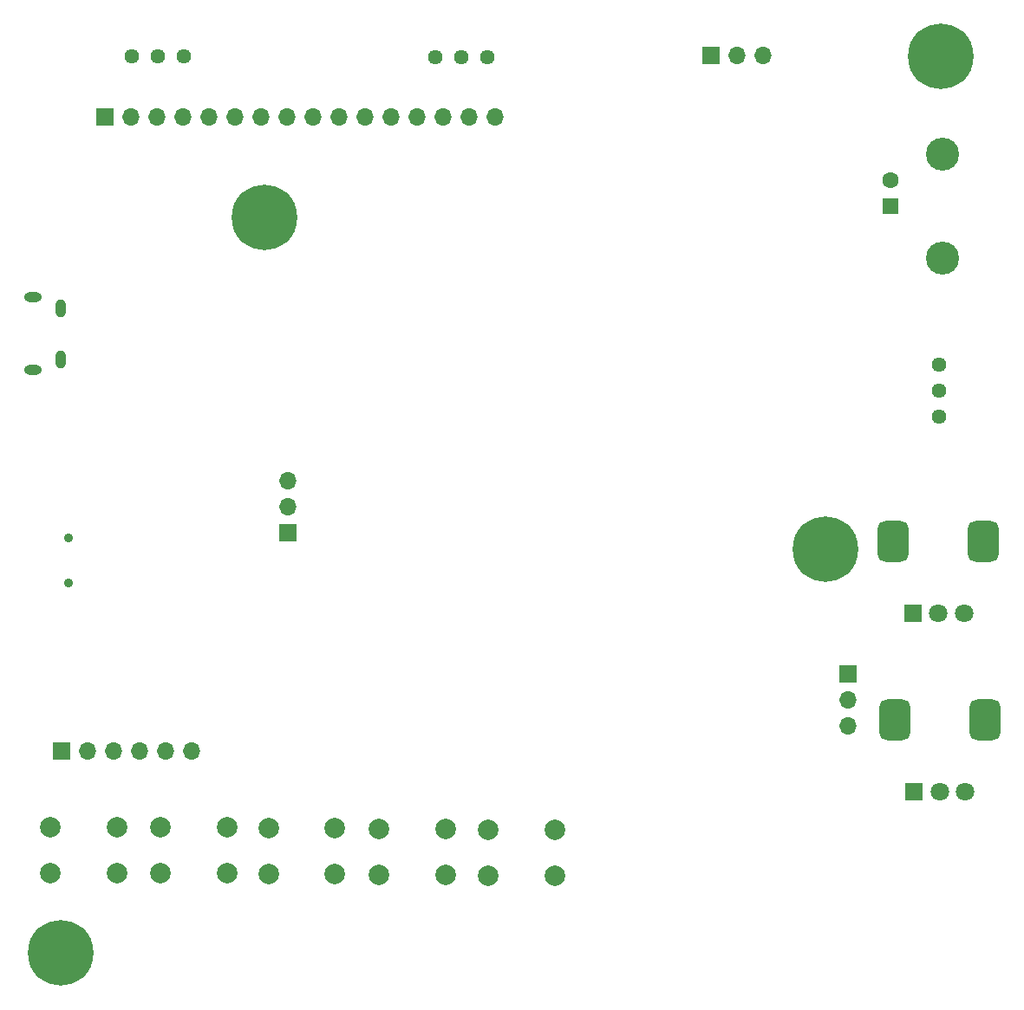
<source format=gbr>
%TF.GenerationSoftware,KiCad,Pcbnew,8.0.0*%
%TF.CreationDate,2024-05-21T22:55:11-06:00*%
%TF.ProjectId,STM32F405_DDS_Generator,53544d33-3246-4343-9035-5f4444535f47,rev?*%
%TF.SameCoordinates,Original*%
%TF.FileFunction,Soldermask,Bot*%
%TF.FilePolarity,Negative*%
%FSLAX46Y46*%
G04 Gerber Fmt 4.6, Leading zero omitted, Abs format (unit mm)*
G04 Created by KiCad (PCBNEW 8.0.0) date 2024-05-21 22:55:11*
%MOMM*%
%LPD*%
G01*
G04 APERTURE LIST*
G04 Aperture macros list*
%AMRoundRect*
0 Rectangle with rounded corners*
0 $1 Rounding radius*
0 $2 $3 $4 $5 $6 $7 $8 $9 X,Y pos of 4 corners*
0 Add a 4 corners polygon primitive as box body*
4,1,4,$2,$3,$4,$5,$6,$7,$8,$9,$2,$3,0*
0 Add four circle primitives for the rounded corners*
1,1,$1+$1,$2,$3*
1,1,$1+$1,$4,$5*
1,1,$1+$1,$6,$7*
1,1,$1+$1,$8,$9*
0 Add four rect primitives between the rounded corners*
20,1,$1+$1,$2,$3,$4,$5,0*
20,1,$1+$1,$4,$5,$6,$7,0*
20,1,$1+$1,$6,$7,$8,$9,0*
20,1,$1+$1,$8,$9,$2,$3,0*%
G04 Aperture macros list end*
%ADD10C,0.800000*%
%ADD11C,6.400000*%
%ADD12O,1.004000X1.804000*%
%ADD13O,1.704000X0.954000*%
%ADD14C,2.000000*%
%ADD15C,0.900000*%
%ADD16R,1.700000X1.700000*%
%ADD17O,1.700000X1.700000*%
%ADD18C,1.440000*%
%ADD19R,1.800000X1.800000*%
%ADD20C,1.800000*%
%ADD21RoundRect,0.750000X0.750000X-1.250000X0.750000X1.250000X-0.750000X1.250000X-0.750000X-1.250000X0*%
%ADD22RoundRect,0.102000X0.699000X0.699000X-0.699000X0.699000X-0.699000X-0.699000X0.699000X-0.699000X0*%
%ADD23C,1.602000*%
%ADD24C,3.219000*%
G04 APERTURE END LIST*
D10*
%TO.C,H4*%
X173622000Y-78740000D03*
X174324944Y-77042944D03*
X174324944Y-80437056D03*
X176022000Y-76340000D03*
D11*
X176022000Y-78740000D03*
D10*
X176022000Y-81140000D03*
X177719056Y-77042944D03*
X177719056Y-80437056D03*
X178422000Y-78740000D03*
%TD*%
%TO.C,H3*%
X98869800Y-118262400D03*
X99572744Y-116565344D03*
X99572744Y-119959456D03*
X101269800Y-115862400D03*
D11*
X101269800Y-118262400D03*
D10*
X101269800Y-120662400D03*
X102966856Y-116565344D03*
X102966856Y-119959456D03*
X103669800Y-118262400D03*
%TD*%
%TO.C,H2*%
X184869456Y-30627656D03*
X185572400Y-28930600D03*
X185572400Y-32324712D03*
X187269456Y-28227656D03*
D11*
X187269456Y-30627656D03*
D10*
X187269456Y-33027656D03*
X188966512Y-28930600D03*
X188966512Y-32324712D03*
X189669456Y-30627656D03*
%TD*%
%TO.C,H1*%
X118783400Y-46329600D03*
X119486344Y-44632544D03*
X119486344Y-48026656D03*
X121183400Y-43929600D03*
D11*
X121183400Y-46329600D03*
D10*
X121183400Y-48729600D03*
X122880456Y-44632544D03*
X122880456Y-48026656D03*
X123583400Y-46329600D03*
%TD*%
D12*
%TO.C,J2*%
X101317200Y-55199400D03*
X101317200Y-60199400D03*
D13*
X98617200Y-54174400D03*
X98617200Y-61224400D03*
%TD*%
D14*
%TO.C,SW3*%
X128091000Y-110504800D03*
X121591000Y-110504800D03*
X128091000Y-106004800D03*
X121591000Y-106004800D03*
%TD*%
D15*
%TO.C,J1*%
X102040800Y-77657600D03*
X102040800Y-82057600D03*
%TD*%
D14*
%TO.C,SW2*%
X117550000Y-110428600D03*
X111050000Y-110428600D03*
X117550000Y-105928600D03*
X111050000Y-105928600D03*
%TD*%
D16*
%TO.C,J6*%
X164820600Y-30530800D03*
D17*
X167360600Y-30530800D03*
X169900600Y-30530800D03*
%TD*%
D16*
%TO.C,J3*%
X123469400Y-77124800D03*
D17*
X123469400Y-74584800D03*
X123469400Y-72044800D03*
%TD*%
D16*
%TO.C,J7*%
X178205600Y-90987400D03*
D17*
X178205600Y-93527400D03*
X178205600Y-96067400D03*
%TD*%
D14*
%TO.C,SW4*%
X138860600Y-110606400D03*
X132360600Y-110606400D03*
X138860600Y-106106400D03*
X132360600Y-106106400D03*
%TD*%
D16*
%TO.C,J5*%
X105664000Y-36499800D03*
D17*
X108204000Y-36499800D03*
X110744000Y-36499800D03*
X113284000Y-36499800D03*
X115824000Y-36499800D03*
X118364000Y-36499800D03*
X120904000Y-36499800D03*
X123444000Y-36499800D03*
X125984000Y-36499800D03*
X128524000Y-36499800D03*
X131064000Y-36499800D03*
X133604000Y-36499800D03*
X136144000Y-36499800D03*
X138684000Y-36499800D03*
X141224000Y-36499800D03*
X143764000Y-36499800D03*
%TD*%
D18*
%TO.C,RV3*%
X187096400Y-60756800D03*
X187096400Y-63296800D03*
X187096400Y-65836800D03*
%TD*%
D14*
%TO.C,SW6*%
X106780400Y-110428600D03*
X100280400Y-110428600D03*
X106780400Y-105928600D03*
X100280400Y-105928600D03*
%TD*%
D18*
%TO.C,RV2*%
X142976600Y-30708600D03*
X140436600Y-30708600D03*
X137896600Y-30708600D03*
%TD*%
%TO.C,RV1*%
X113309400Y-30607000D03*
X110769400Y-30607000D03*
X108229400Y-30607000D03*
%TD*%
D16*
%TO.C,J4*%
X101396800Y-98475800D03*
D17*
X103936800Y-98475800D03*
X106476800Y-98475800D03*
X109016800Y-98475800D03*
X111556800Y-98475800D03*
X114096800Y-98475800D03*
%TD*%
D14*
%TO.C,SW5*%
X149554000Y-110682600D03*
X143054000Y-110682600D03*
X149554000Y-106182600D03*
X143054000Y-106182600D03*
%TD*%
D19*
%TO.C,RV5*%
X184647200Y-102468400D03*
D20*
X187147200Y-102468400D03*
X189647200Y-102468400D03*
D21*
X182747200Y-95468400D03*
X191547200Y-95468400D03*
%TD*%
D22*
%TO.C,J8*%
X182318200Y-45262800D03*
D23*
X182318200Y-42722800D03*
D24*
X187398200Y-40182800D03*
X187398200Y-50342800D03*
%TD*%
D19*
%TO.C,RV4*%
X184500600Y-85003400D03*
D20*
X187000600Y-85003400D03*
X189500600Y-85003400D03*
D21*
X182600600Y-78003400D03*
X191400600Y-78003400D03*
%TD*%
M02*

</source>
